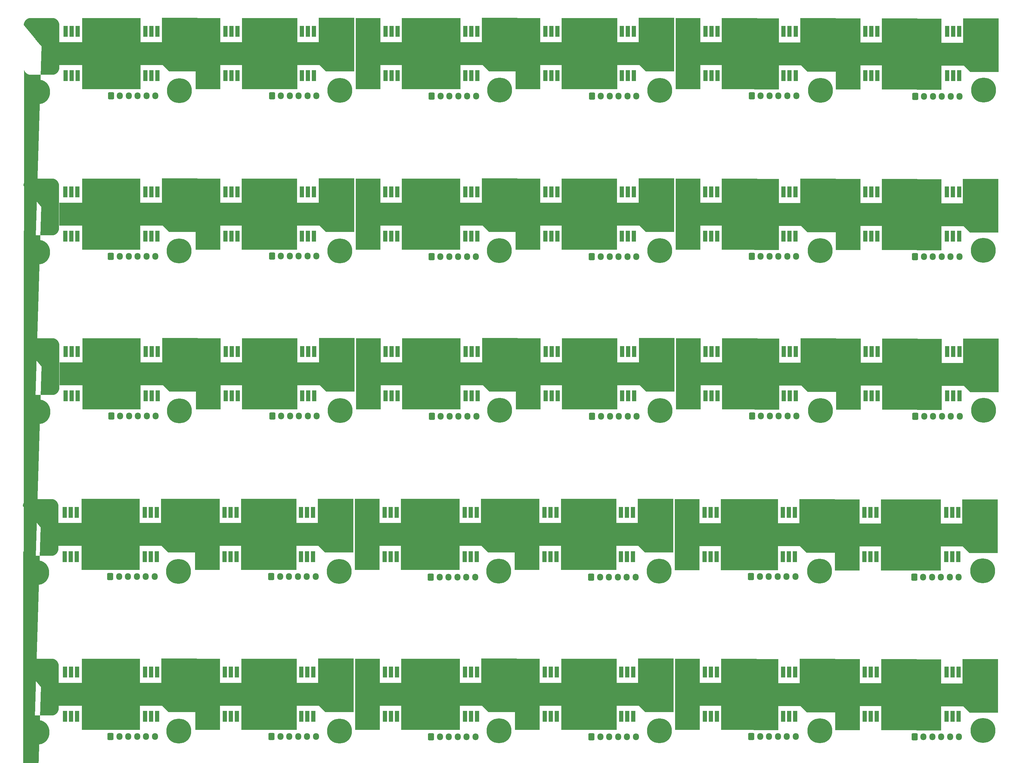
<source format=gbr>
%TF.GenerationSoftware,KiCad,Pcbnew,(6.0.6)*%
%TF.CreationDate,2022-10-08T16:47:07+05:30*%
%TF.ProjectId,RGB-3W-Light-Panel,5247422d-3357-42d4-9c69-6768742d5061,V1.1*%
%TF.SameCoordinates,Original*%
%TF.FileFunction,Soldermask,Top*%
%TF.FilePolarity,Negative*%
%FSLAX46Y46*%
G04 Gerber Fmt 4.6, Leading zero omitted, Abs format (unit mm)*
G04 Created by KiCad (PCBNEW (6.0.6)) date 2022-10-08 16:47:07*
%MOMM*%
%LPD*%
G01*
G04 APERTURE LIST*
G04 Aperture macros list*
%AMRoundRect*
0 Rectangle with rounded corners*
0 $1 Rounding radius*
0 $2 $3 $4 $5 $6 $7 $8 $9 X,Y pos of 4 corners*
0 Add a 4 corners polygon primitive as box body*
4,1,4,$2,$3,$4,$5,$6,$7,$8,$9,$2,$3,0*
0 Add four circle primitives for the rounded corners*
1,1,$1+$1,$2,$3*
1,1,$1+$1,$4,$5*
1,1,$1+$1,$6,$7*
1,1,$1+$1,$8,$9*
0 Add four rect primitives between the rounded corners*
20,1,$1+$1,$2,$3,$4,$5,0*
20,1,$1+$1,$4,$5,$6,$7,0*
20,1,$1+$1,$6,$7,$8,$9,0*
20,1,$1+$1,$8,$9,$2,$3,0*%
%AMOutline4P*
0 Free polygon, 4 corners , with rotation*
0 The origin of the aperture is its center*
0 number of corners: always 4*
0 $1 to $8 corner X, Y*
0 $9 Rotation angle, in degrees counterclockwise*
0 create outline with 4 corners*
4,1,4,$1,$2,$3,$4,$5,$6,$7,$8,$1,$2,$9*%
%AMOutline5P*
0 Free polygon, 5 corners , with rotation*
0 The origin of the aperture is its center*
0 number of corners: always 5*
0 $1 to $10 corner X, Y*
0 $11 Rotation angle, in degrees counterclockwise*
0 create outline with 5 corners*
4,1,5,$1,$2,$3,$4,$5,$6,$7,$8,$9,$10,$1,$2,$11*%
%AMOutline6P*
0 Free polygon, 6 corners , with rotation*
0 The origin of the aperture is its center*
0 number of corners: always 6*
0 $1 to $12 corner X, Y*
0 $13 Rotation angle, in degrees counterclockwise*
0 create outline with 6 corners*
4,1,6,$1,$2,$3,$4,$5,$6,$7,$8,$9,$10,$11,$12,$1,$2,$13*%
%AMOutline7P*
0 Free polygon, 7 corners , with rotation*
0 The origin of the aperture is its center*
0 number of corners: always 7*
0 $1 to $14 corner X, Y*
0 $15 Rotation angle, in degrees counterclockwise*
0 create outline with 7 corners*
4,1,7,$1,$2,$3,$4,$5,$6,$7,$8,$9,$10,$11,$12,$13,$14,$1,$2,$15*%
%AMOutline8P*
0 Free polygon, 8 corners , with rotation*
0 The origin of the aperture is its center*
0 number of corners: always 8*
0 $1 to $16 corner X, Y*
0 $17 Rotation angle, in degrees counterclockwise*
0 create outline with 8 corners*
4,1,8,$1,$2,$3,$4,$5,$6,$7,$8,$9,$10,$11,$12,$13,$14,$15,$16,$1,$2,$17*%
%AMFreePoly0*
4,1,53,-5.000000,6.000000,-4.993835,6.156918,-4.951834,6.436286,-4.870888,6.706950,-4.752613,6.963507,-4.599369,7.200840,-4.414214,7.414214,-4.200840,7.599369,-3.963507,7.752613,-3.706950,7.870888,-3.436286,7.951834,-3.156918,7.993835,-3.000000,8.000000,3.000000,8.000000,3.156918,7.993835,3.436286,7.951834,3.706950,7.870888,3.963507,7.752613,4.200840,7.599369,4.414214,7.414214,
4.599369,7.200840,4.752613,6.963507,4.870888,6.706950,4.951834,6.436286,4.993835,6.156918,5.000000,6.000000,5.000000,-6.000000,4.993835,-6.156918,4.951834,-6.436286,4.870888,-6.706950,4.752613,-6.963507,4.599369,-7.200840,4.414214,-7.414214,4.200840,-7.599369,3.963507,-7.752613,3.706950,-7.870888,3.436286,-7.951834,3.156918,-7.993835,3.000000,-8.000000,-3.000000,-8.000000,
-3.156918,-7.993835,-3.436286,-7.951834,-3.706950,-7.870888,-3.963507,-7.752613,-4.200840,-7.599369,-4.414214,-7.414214,-4.599369,-7.200840,-4.752613,-6.963507,-4.870888,-6.706950,-4.951834,-6.436286,-4.993835,-6.156918,-5.000000,-6.000000,-5.000000,6.000000,-5.000000,6.000000,$1*%
G04 Aperture macros list end*
%ADD10RoundRect,0.250000X-0.600000X-0.725000X0.600000X-0.725000X0.600000X0.725000X-0.600000X0.725000X0*%
%ADD11O,1.700000X1.950000*%
%ADD12C,0.800000*%
%ADD13C,7.000000*%
%ADD14Outline4P,-3.500000X3.250000X3.500000X3.250000X3.500000X-3.250000X-3.500000X-3.250000X0.000000*%
%ADD15Outline4P,-3.500000X10.000000X3.500000X10.000000X3.500000X-10.000000X-3.500000X-10.000000X0.000000*%
%ADD16Outline5P,-5.000000X7.500000X5.000000X7.500000X5.000000X-7.500000X-3.000000X-7.500000X-5.000000X-5.500000X0.000000*%
%ADD17R,1.200000X3.100000*%
%ADD18C,5.700000*%
%ADD19FreePoly0,0.000000*%
%ADD20Outline4P,-5.000000X10.000000X5.000000X10.000000X5.000000X-10.000000X-5.000000X-10.000000X0.000000*%
G04 APERTURE END LIST*
D10*
%TO.C,J7*%
X182915000Y-268955000D03*
D11*
X185415000Y-268955000D03*
X187915000Y-268955000D03*
X190415000Y-268955000D03*
X192915000Y-268955000D03*
X195415000Y-268955000D03*
%TD*%
D10*
%TO.C,J6*%
X363175000Y-268955000D03*
D11*
X365675000Y-268955000D03*
X368175000Y-268955000D03*
X370675000Y-268955000D03*
X373175000Y-268955000D03*
X375675000Y-268955000D03*
%TD*%
D12*
%TO.C,H8*%
X160423845Y-269686155D03*
X164136155Y-265973845D03*
D13*
X162280000Y-267830000D03*
D12*
X160423845Y-265973845D03*
X162280000Y-265205000D03*
X164136155Y-269686155D03*
X159655000Y-267830000D03*
X164905000Y-267830000D03*
X162280000Y-270455000D03*
%TD*%
%TO.C,H3*%
X335453845Y-269266155D03*
X337310000Y-270035000D03*
D13*
X337310000Y-267410000D03*
D12*
X337310000Y-264785000D03*
X339166155Y-269266155D03*
X339166155Y-265553845D03*
X339935000Y-267410000D03*
X335453845Y-265553845D03*
X334685000Y-267410000D03*
%TD*%
D14*
%TO.C,HS1*%
X419590000Y-257270000D03*
D15*
X413090000Y-257270000D03*
D16*
X427590000Y-254770000D03*
%TD*%
D14*
%TO.C,HS4*%
X373835000Y-257185000D03*
D16*
X381835000Y-254685000D03*
D15*
X367335000Y-257185000D03*
%TD*%
D12*
%TO.C,H7*%
X199485000Y-267500000D03*
X203966155Y-265643845D03*
X202110000Y-270125000D03*
X200253845Y-265643845D03*
X204735000Y-267500000D03*
X202110000Y-264875000D03*
D13*
X202110000Y-267500000D03*
D12*
X203966155Y-269356155D03*
X200253845Y-269356155D03*
%TD*%
D17*
%TO.C,D12*%
X418110000Y-263300000D03*
X419810000Y-263300000D03*
X421510000Y-263300000D03*
X421510000Y-250860000D03*
X419810000Y-250860000D03*
X418110000Y-250860000D03*
D18*
X419810000Y-257080000D03*
%TD*%
D14*
%TO.C,HS12*%
X171835000Y-257105000D03*
D19*
X163335000Y-255105000D03*
D20*
X179835000Y-257105000D03*
%TD*%
D17*
%TO.C,D8*%
X236610000Y-263300000D03*
X238310000Y-263300000D03*
X240010000Y-263300000D03*
X240010000Y-250860000D03*
X238310000Y-250860000D03*
X236610000Y-250860000D03*
D18*
X238310000Y-257080000D03*
%TD*%
D17*
%TO.C,D3*%
X326610000Y-263300000D03*
X328310000Y-263300000D03*
X330010000Y-263300000D03*
X330010000Y-250860000D03*
X328310000Y-250860000D03*
X326610000Y-250860000D03*
D18*
X328310000Y-257080000D03*
%TD*%
D17*
%TO.C,D9*%
X215110000Y-263300000D03*
X216810000Y-263300000D03*
X218510000Y-263300000D03*
X218510000Y-250860000D03*
X216810000Y-250860000D03*
X215110000Y-250860000D03*
D18*
X216810000Y-257080000D03*
%TD*%
D14*
%TO.C,HS11*%
X194235000Y-257105000D03*
D15*
X187735000Y-257105000D03*
D16*
X202235000Y-254605000D03*
%TD*%
D12*
%TO.C,H5*%
X290353845Y-269256155D03*
X294066155Y-269256155D03*
X289585000Y-267400000D03*
X292210000Y-264775000D03*
X294066155Y-265543845D03*
X294835000Y-267400000D03*
X290353845Y-265543845D03*
X292210000Y-270025000D03*
D13*
X292210000Y-267400000D03*
%TD*%
D17*
%TO.C,D6*%
X395110000Y-263300000D03*
X396810000Y-263300000D03*
X398510000Y-263300000D03*
X398510000Y-250860000D03*
X396810000Y-250860000D03*
X395110000Y-250860000D03*
D18*
X396810000Y-257080000D03*
%TD*%
D17*
%TO.C,D10*%
X192610000Y-263300000D03*
X194310000Y-263300000D03*
X196010000Y-263300000D03*
X196010000Y-250860000D03*
X194310000Y-250860000D03*
X192610000Y-250860000D03*
D18*
X194310000Y-257080000D03*
%TD*%
D14*
%TO.C,HS7*%
X284235000Y-257105000D03*
D16*
X292235000Y-254605000D03*
D15*
X277735000Y-257105000D03*
%TD*%
%TO.C,HS2*%
X390275000Y-257235000D03*
D20*
X404775000Y-257235000D03*
D14*
X396775000Y-257235000D03*
%TD*%
D17*
%TO.C,D2*%
X305110000Y-263300000D03*
X306810000Y-263300000D03*
X308510000Y-263300000D03*
X308510000Y-250860000D03*
X306810000Y-250860000D03*
X305110000Y-250860000D03*
D18*
X306810000Y-257080000D03*
%TD*%
D20*
%TO.C,HS8*%
X269735000Y-257105000D03*
D14*
X261735000Y-257105000D03*
D15*
X255235000Y-257105000D03*
%TD*%
%TO.C,HS3*%
X345235000Y-257135000D03*
D14*
X351735000Y-257135000D03*
D20*
X359735000Y-257135000D03*
%TD*%
D12*
%TO.C,H2*%
X384306155Y-269266155D03*
X384306155Y-265553845D03*
X385075000Y-267410000D03*
X379825000Y-267410000D03*
D13*
X382450000Y-267410000D03*
D12*
X380593845Y-265553845D03*
X382450000Y-270035000D03*
X380593845Y-269266155D03*
X382450000Y-264785000D03*
%TD*%
D17*
%TO.C,D11*%
X170110000Y-263300000D03*
X171810000Y-263300000D03*
X173510000Y-263300000D03*
X173510000Y-250860000D03*
X171810000Y-250860000D03*
X170110000Y-250860000D03*
D18*
X171810000Y-257080000D03*
%TD*%
D17*
%TO.C,D5*%
X372110000Y-263300000D03*
X373810000Y-263300000D03*
X375510000Y-263300000D03*
X375510000Y-250860000D03*
X373810000Y-250860000D03*
X372110000Y-250860000D03*
D18*
X373810000Y-257080000D03*
%TD*%
D12*
%TO.C,H6*%
X249935000Y-267480000D03*
X247310000Y-264855000D03*
X249166155Y-265623845D03*
X245453845Y-269336155D03*
X247310000Y-270105000D03*
X249166155Y-269336155D03*
D13*
X247310000Y-267480000D03*
D12*
X245453845Y-265623845D03*
X244685000Y-267480000D03*
%TD*%
D10*
%TO.C,J4*%
X228215000Y-268945000D03*
D11*
X230715000Y-268945000D03*
X233215000Y-268945000D03*
X235715000Y-268945000D03*
X238215000Y-268945000D03*
X240715000Y-268945000D03*
%TD*%
D10*
%TO.C,J1*%
X409125000Y-269095000D03*
D11*
X411625000Y-269095000D03*
X414125000Y-269095000D03*
X416625000Y-269095000D03*
X419125000Y-269095000D03*
X421625000Y-269095000D03*
%TD*%
D15*
%TO.C,HS9*%
X231835000Y-257105000D03*
D14*
X238335000Y-257105000D03*
D16*
X246335000Y-254605000D03*
%TD*%
D10*
%TO.C,J3*%
X273027900Y-224165650D03*
D11*
X275527900Y-224165650D03*
X278027900Y-224165650D03*
X280527900Y-224165650D03*
X283027900Y-224165650D03*
X285527900Y-224165650D03*
%TD*%
D12*
%TO.C,H1*%
X430129055Y-224296805D03*
X430129055Y-220584495D03*
X425647900Y-222440650D03*
X428272900Y-219815650D03*
X428272900Y-225065650D03*
X426416745Y-220584495D03*
D13*
X428272900Y-222440650D03*
D12*
X426416745Y-224296805D03*
X430897900Y-222440650D03*
%TD*%
D10*
%TO.C,J2*%
X318122900Y-224190650D03*
D11*
X320622900Y-224190650D03*
X323122900Y-224190650D03*
X325622900Y-224190650D03*
X328122900Y-224190650D03*
X330622900Y-224190650D03*
%TD*%
D17*
%TO.C,D7*%
X260022900Y-218410650D03*
X261722900Y-218410650D03*
X263422900Y-218410650D03*
X263422900Y-205970650D03*
X261722900Y-205970650D03*
X260022900Y-205970650D03*
D18*
X261722900Y-212190650D03*
%TD*%
D14*
%TO.C,HS5*%
X328247900Y-212215650D03*
D16*
X336247900Y-209715650D03*
D15*
X321747900Y-212215650D03*
%TD*%
D17*
%TO.C,D1*%
X282522900Y-218410650D03*
X284222900Y-218410650D03*
X285922900Y-218410650D03*
X285922900Y-205970650D03*
X284222900Y-205970650D03*
X282522900Y-205970650D03*
D18*
X284222900Y-212190650D03*
%TD*%
D20*
%TO.C,HS6*%
X314622900Y-212215650D03*
D14*
X306622900Y-212215650D03*
D15*
X300122900Y-212215650D03*
%TD*%
D17*
%TO.C,D4*%
X350022900Y-218410650D03*
X351722900Y-218410650D03*
X353422900Y-218410650D03*
X353422900Y-205970650D03*
X351722900Y-205970650D03*
X350022900Y-205970650D03*
D18*
X351722900Y-212190650D03*
%TD*%
D20*
%TO.C,HS10*%
X224647900Y-212215650D03*
D14*
X216647900Y-212215650D03*
D15*
X210147900Y-212215650D03*
%TD*%
%TO.C,HS9*%
X231747900Y-212215650D03*
D14*
X238247900Y-212215650D03*
D16*
X246247900Y-209715650D03*
%TD*%
D12*
%TO.C,H5*%
X290266745Y-224366805D03*
X293979055Y-224366805D03*
X289497900Y-222510650D03*
X292122900Y-219885650D03*
X293979055Y-220654495D03*
X294747900Y-222510650D03*
X290266745Y-220654495D03*
X292122900Y-225135650D03*
D13*
X292122900Y-222510650D03*
%TD*%
D15*
%TO.C,HS2*%
X390187900Y-212345650D03*
D20*
X404687900Y-212345650D03*
D14*
X396687900Y-212345650D03*
%TD*%
D17*
%TO.C,D9*%
X215022900Y-218410650D03*
X216722900Y-218410650D03*
X218422900Y-218410650D03*
X218422900Y-205970650D03*
X216722900Y-205970650D03*
X215022900Y-205970650D03*
D18*
X216722900Y-212190650D03*
%TD*%
D12*
%TO.C,H7*%
X199397900Y-222610650D03*
X203879055Y-220754495D03*
X202022900Y-225235650D03*
X200166745Y-220754495D03*
X204647900Y-222610650D03*
X202022900Y-219985650D03*
D13*
X202022900Y-222610650D03*
D12*
X203879055Y-224466805D03*
X200166745Y-224466805D03*
%TD*%
D17*
%TO.C,D3*%
X326522900Y-218410650D03*
X328222900Y-218410650D03*
X329922900Y-218410650D03*
X329922900Y-205970650D03*
X328222900Y-205970650D03*
X326522900Y-205970650D03*
D18*
X328222900Y-212190650D03*
%TD*%
D17*
%TO.C,D12*%
X418022900Y-218410650D03*
X419722900Y-218410650D03*
X421422900Y-218410650D03*
X421422900Y-205970650D03*
X419722900Y-205970650D03*
X418022900Y-205970650D03*
D18*
X419722900Y-212190650D03*
%TD*%
D17*
%TO.C,D6*%
X395022900Y-218410650D03*
X396722900Y-218410650D03*
X398422900Y-218410650D03*
X398422900Y-205970650D03*
X396722900Y-205970650D03*
X395022900Y-205970650D03*
D18*
X396722900Y-212190650D03*
%TD*%
D17*
%TO.C,D8*%
X236522900Y-218410650D03*
X238222900Y-218410650D03*
X239922900Y-218410650D03*
X239922900Y-205970650D03*
X238222900Y-205970650D03*
X236522900Y-205970650D03*
D18*
X238222900Y-212190650D03*
%TD*%
D14*
%TO.C,HS11*%
X194147900Y-212215650D03*
D15*
X187647900Y-212215650D03*
D16*
X202147900Y-209715650D03*
%TD*%
D14*
%TO.C,HS12*%
X171747900Y-212215650D03*
D19*
X163247900Y-210215650D03*
D20*
X179747900Y-212215650D03*
%TD*%
%TO.C,HS8*%
X269647900Y-212215650D03*
D14*
X261647900Y-212215650D03*
D15*
X255147900Y-212215650D03*
%TD*%
D17*
%TO.C,D5*%
X372022900Y-218410650D03*
X373722900Y-218410650D03*
X375422900Y-218410650D03*
X375422900Y-205970650D03*
X373722900Y-205970650D03*
X372022900Y-205970650D03*
D18*
X373722900Y-212190650D03*
%TD*%
D12*
%TO.C,H2*%
X384219055Y-224376805D03*
X384219055Y-220664495D03*
X384987900Y-222520650D03*
X379737900Y-222520650D03*
D13*
X382362900Y-222520650D03*
D12*
X380506745Y-220664495D03*
X382362900Y-225145650D03*
X380506745Y-224376805D03*
X382362900Y-219895650D03*
%TD*%
D17*
%TO.C,D11*%
X170022900Y-218410650D03*
X171722900Y-218410650D03*
X173422900Y-218410650D03*
X173422900Y-205970650D03*
X171722900Y-205970650D03*
X170022900Y-205970650D03*
D18*
X171722900Y-212190650D03*
%TD*%
D15*
%TO.C,HS3*%
X345147900Y-212245650D03*
D14*
X351647900Y-212245650D03*
D20*
X359647900Y-212245650D03*
%TD*%
D12*
%TO.C,H6*%
X249847900Y-222590650D03*
X247222900Y-219965650D03*
X249079055Y-220734495D03*
X245366745Y-224446805D03*
X247222900Y-225215650D03*
X249079055Y-224446805D03*
D13*
X247222900Y-222590650D03*
D12*
X245366745Y-220734495D03*
X244597900Y-222590650D03*
%TD*%
D17*
%TO.C,D10*%
X192522900Y-218410650D03*
X194222900Y-218410650D03*
X195922900Y-218410650D03*
X195922900Y-205970650D03*
X194222900Y-205970650D03*
X192522900Y-205970650D03*
D18*
X194222900Y-212190650D03*
%TD*%
D17*
%TO.C,D2*%
X305022900Y-218410650D03*
X306722900Y-218410650D03*
X308422900Y-218410650D03*
X308422900Y-205970650D03*
X306722900Y-205970650D03*
X305022900Y-205970650D03*
D18*
X306722900Y-212190650D03*
%TD*%
D10*
%TO.C,J1*%
X409037900Y-224205650D03*
D11*
X411537900Y-224205650D03*
X414037900Y-224205650D03*
X416537900Y-224205650D03*
X419037900Y-224205650D03*
X421537900Y-224205650D03*
%TD*%
D14*
%TO.C,HS7*%
X284147900Y-212215650D03*
D16*
X292147900Y-209715650D03*
D15*
X277647900Y-212215650D03*
%TD*%
D10*
%TO.C,J4*%
X228127900Y-224055650D03*
D11*
X230627900Y-224055650D03*
X233127900Y-224055650D03*
X235627900Y-224055650D03*
X238127900Y-224055650D03*
X240627900Y-224055650D03*
%TD*%
D12*
%TO.C,H8*%
X160336745Y-224796805D03*
X164049055Y-221084495D03*
D13*
X162192900Y-222940650D03*
D12*
X160336745Y-221084495D03*
X162192900Y-220315650D03*
X164049055Y-224796805D03*
X159567900Y-222940650D03*
X164817900Y-222940650D03*
X162192900Y-225565650D03*
%TD*%
D14*
%TO.C,HS1*%
X419502900Y-212380650D03*
D15*
X413002900Y-212380650D03*
D16*
X427502900Y-209880650D03*
%TD*%
D12*
%TO.C,H3*%
X335366745Y-224376805D03*
X337222900Y-225145650D03*
D13*
X337222900Y-222520650D03*
D12*
X337222900Y-219895650D03*
X339079055Y-224376805D03*
X339079055Y-220664495D03*
X339847900Y-222520650D03*
X335366745Y-220664495D03*
X334597900Y-222520650D03*
%TD*%
D14*
%TO.C,HS4*%
X373747900Y-212295650D03*
D16*
X381747900Y-209795650D03*
D15*
X367247900Y-212295650D03*
%TD*%
D10*
%TO.C,J7*%
X182827900Y-224065650D03*
D11*
X185327900Y-224065650D03*
X187827900Y-224065650D03*
X190327900Y-224065650D03*
X192827900Y-224065650D03*
X195327900Y-224065650D03*
%TD*%
D10*
%TO.C,J6*%
X363087900Y-224065650D03*
D11*
X365587900Y-224065650D03*
X368087900Y-224065650D03*
X370587900Y-224065650D03*
X373087900Y-224065650D03*
X375587900Y-224065650D03*
%TD*%
D10*
%TO.C,J3*%
X273115000Y-269055000D03*
D11*
X275615000Y-269055000D03*
X278115000Y-269055000D03*
X280615000Y-269055000D03*
X283115000Y-269055000D03*
X285615000Y-269055000D03*
%TD*%
D12*
%TO.C,H1*%
X430216155Y-269186155D03*
X430216155Y-265473845D03*
X425735000Y-267330000D03*
X428360000Y-264705000D03*
X428360000Y-269955000D03*
X426503845Y-265473845D03*
D13*
X428360000Y-267330000D03*
D12*
X426503845Y-269186155D03*
X430985000Y-267330000D03*
%TD*%
D17*
%TO.C,D7*%
X260110000Y-263300000D03*
X261810000Y-263300000D03*
X263510000Y-263300000D03*
X263510000Y-250860000D03*
X261810000Y-250860000D03*
X260110000Y-250860000D03*
D18*
X261810000Y-257080000D03*
%TD*%
D17*
%TO.C,D1*%
X282610000Y-263300000D03*
X284310000Y-263300000D03*
X286010000Y-263300000D03*
X286010000Y-250860000D03*
X284310000Y-250860000D03*
X282610000Y-250860000D03*
D18*
X284310000Y-257080000D03*
%TD*%
D20*
%TO.C,HS10*%
X224735000Y-257105000D03*
D14*
X216735000Y-257105000D03*
D15*
X210235000Y-257105000D03*
%TD*%
D17*
%TO.C,D4*%
X350110000Y-263300000D03*
X351810000Y-263300000D03*
X353510000Y-263300000D03*
X353510000Y-250860000D03*
X351810000Y-250860000D03*
X350110000Y-250860000D03*
D18*
X351810000Y-257080000D03*
%TD*%
D10*
%TO.C,J2*%
X318210000Y-269080000D03*
D11*
X320710000Y-269080000D03*
X323210000Y-269080000D03*
X325710000Y-269080000D03*
X328210000Y-269080000D03*
X330710000Y-269080000D03*
%TD*%
D14*
%TO.C,HS5*%
X328335000Y-257105000D03*
D16*
X336335000Y-254605000D03*
D15*
X321835000Y-257105000D03*
%TD*%
D20*
%TO.C,HS6*%
X314710000Y-257105000D03*
D14*
X306710000Y-257105000D03*
D15*
X300210000Y-257105000D03*
%TD*%
D10*
%TO.C,J3*%
X273325000Y-178982450D03*
D11*
X275825000Y-178982450D03*
X278325000Y-178982450D03*
X280825000Y-178982450D03*
X283325000Y-178982450D03*
X285825000Y-178982450D03*
%TD*%
D12*
%TO.C,H1*%
X430426155Y-179113605D03*
X430426155Y-175401295D03*
X425945000Y-177257450D03*
X428570000Y-174632450D03*
X428570000Y-179882450D03*
X426713845Y-175401295D03*
D13*
X428570000Y-177257450D03*
D12*
X426713845Y-179113605D03*
X431195000Y-177257450D03*
%TD*%
D10*
%TO.C,J2*%
X318420000Y-179007450D03*
D11*
X320920000Y-179007450D03*
X323420000Y-179007450D03*
X325920000Y-179007450D03*
X328420000Y-179007450D03*
X330920000Y-179007450D03*
%TD*%
D14*
%TO.C,HS5*%
X328545000Y-167032450D03*
D16*
X336545000Y-164532450D03*
D15*
X322045000Y-167032450D03*
%TD*%
D17*
%TO.C,D1*%
X282820000Y-173227450D03*
X284520000Y-173227450D03*
X286220000Y-173227450D03*
X286220000Y-160787450D03*
X284520000Y-160787450D03*
X282820000Y-160787450D03*
D18*
X284520000Y-167007450D03*
%TD*%
D17*
%TO.C,D7*%
X260320000Y-173227450D03*
X262020000Y-173227450D03*
X263720000Y-173227450D03*
X263720000Y-160787450D03*
X262020000Y-160787450D03*
X260320000Y-160787450D03*
D18*
X262020000Y-167007450D03*
%TD*%
D20*
%TO.C,HS6*%
X314920000Y-167032450D03*
D14*
X306920000Y-167032450D03*
D15*
X300420000Y-167032450D03*
%TD*%
D17*
%TO.C,D4*%
X350320000Y-173227450D03*
X352020000Y-173227450D03*
X353720000Y-173227450D03*
X353720000Y-160787450D03*
X352020000Y-160787450D03*
X350320000Y-160787450D03*
D18*
X352020000Y-167007450D03*
%TD*%
D20*
%TO.C,HS10*%
X224945000Y-167032450D03*
D14*
X216945000Y-167032450D03*
D15*
X210445000Y-167032450D03*
%TD*%
%TO.C,HS9*%
X232045000Y-167032450D03*
D14*
X238545000Y-167032450D03*
D16*
X246545000Y-164532450D03*
%TD*%
D12*
%TO.C,H7*%
X199695000Y-177427450D03*
X204176155Y-175571295D03*
X202320000Y-180052450D03*
X200463845Y-175571295D03*
X204945000Y-177427450D03*
X202320000Y-174802450D03*
D13*
X202320000Y-177427450D03*
D12*
X204176155Y-179283605D03*
X200463845Y-179283605D03*
%TD*%
D17*
%TO.C,D12*%
X418320000Y-173227450D03*
X420020000Y-173227450D03*
X421720000Y-173227450D03*
X421720000Y-160787450D03*
X420020000Y-160787450D03*
X418320000Y-160787450D03*
D18*
X420020000Y-167007450D03*
%TD*%
D17*
%TO.C,D9*%
X215320000Y-173227450D03*
X217020000Y-173227450D03*
X218720000Y-173227450D03*
X218720000Y-160787450D03*
X217020000Y-160787450D03*
X215320000Y-160787450D03*
D18*
X217020000Y-167007450D03*
%TD*%
D17*
%TO.C,D8*%
X236820000Y-173227450D03*
X238520000Y-173227450D03*
X240220000Y-173227450D03*
X240220000Y-160787450D03*
X238520000Y-160787450D03*
X236820000Y-160787450D03*
D18*
X238520000Y-167007450D03*
%TD*%
D14*
%TO.C,HS11*%
X194445000Y-167032450D03*
D15*
X187945000Y-167032450D03*
D16*
X202445000Y-164532450D03*
%TD*%
D14*
%TO.C,HS12*%
X172045000Y-167032450D03*
D19*
X163545000Y-165032450D03*
D20*
X180045000Y-167032450D03*
%TD*%
D17*
%TO.C,D3*%
X326820000Y-173227450D03*
X328520000Y-173227450D03*
X330220000Y-173227450D03*
X330220000Y-160787450D03*
X328520000Y-160787450D03*
X326820000Y-160787450D03*
D18*
X328520000Y-167007450D03*
%TD*%
D17*
%TO.C,D5*%
X372320000Y-173227450D03*
X374020000Y-173227450D03*
X375720000Y-173227450D03*
X375720000Y-160787450D03*
X374020000Y-160787450D03*
X372320000Y-160787450D03*
D18*
X374020000Y-167007450D03*
%TD*%
D12*
%TO.C,H5*%
X290563845Y-179183605D03*
X294276155Y-179183605D03*
X289795000Y-177327450D03*
X292420000Y-174702450D03*
X294276155Y-175471295D03*
X295045000Y-177327450D03*
X290563845Y-175471295D03*
X292420000Y-179952450D03*
D13*
X292420000Y-177327450D03*
%TD*%
D15*
%TO.C,HS2*%
X390485000Y-167162450D03*
D20*
X404985000Y-167162450D03*
D14*
X396985000Y-167162450D03*
%TD*%
D20*
%TO.C,HS8*%
X269945000Y-167032450D03*
D14*
X261945000Y-167032450D03*
D15*
X255445000Y-167032450D03*
%TD*%
D17*
%TO.C,D11*%
X170320000Y-173227450D03*
X172020000Y-173227450D03*
X173720000Y-173227450D03*
X173720000Y-160787450D03*
X172020000Y-160787450D03*
X170320000Y-160787450D03*
D18*
X172020000Y-167007450D03*
%TD*%
D17*
%TO.C,D6*%
X395320000Y-173227450D03*
X397020000Y-173227450D03*
X398720000Y-173227450D03*
X398720000Y-160787450D03*
X397020000Y-160787450D03*
X395320000Y-160787450D03*
D18*
X397020000Y-167007450D03*
%TD*%
D15*
%TO.C,HS3*%
X345445000Y-167062450D03*
D14*
X351945000Y-167062450D03*
D20*
X359945000Y-167062450D03*
%TD*%
D12*
%TO.C,H2*%
X384516155Y-179193605D03*
X384516155Y-175481295D03*
X385285000Y-177337450D03*
X380035000Y-177337450D03*
D13*
X382660000Y-177337450D03*
D12*
X380803845Y-175481295D03*
X382660000Y-179962450D03*
X380803845Y-179193605D03*
X382660000Y-174712450D03*
%TD*%
%TO.C,H6*%
X250145000Y-177407450D03*
X247520000Y-174782450D03*
X249376155Y-175551295D03*
X245663845Y-179263605D03*
X247520000Y-180032450D03*
X249376155Y-179263605D03*
D13*
X247520000Y-177407450D03*
D12*
X245663845Y-175551295D03*
X244895000Y-177407450D03*
%TD*%
D17*
%TO.C,D10*%
X192820000Y-173227450D03*
X194520000Y-173227450D03*
X196220000Y-173227450D03*
X196220000Y-160787450D03*
X194520000Y-160787450D03*
X192820000Y-160787450D03*
D18*
X194520000Y-167007450D03*
%TD*%
D14*
%TO.C,HS7*%
X284445000Y-167032450D03*
D16*
X292445000Y-164532450D03*
D15*
X277945000Y-167032450D03*
%TD*%
D17*
%TO.C,D2*%
X305320000Y-173227450D03*
X307020000Y-173227450D03*
X308720000Y-173227450D03*
X308720000Y-160787450D03*
X307020000Y-160787450D03*
X305320000Y-160787450D03*
D18*
X307020000Y-167007450D03*
%TD*%
D10*
%TO.C,J4*%
X228425000Y-178872450D03*
D11*
X230925000Y-178872450D03*
X233425000Y-178872450D03*
X235925000Y-178872450D03*
X238425000Y-178872450D03*
X240925000Y-178872450D03*
%TD*%
D10*
%TO.C,J1*%
X409335000Y-179022450D03*
D11*
X411835000Y-179022450D03*
X414335000Y-179022450D03*
X416835000Y-179022450D03*
X419335000Y-179022450D03*
X421835000Y-179022450D03*
%TD*%
D10*
%TO.C,J7*%
X183125000Y-178882450D03*
D11*
X185625000Y-178882450D03*
X188125000Y-178882450D03*
X190625000Y-178882450D03*
X193125000Y-178882450D03*
X195625000Y-178882450D03*
%TD*%
D10*
%TO.C,J6*%
X363385000Y-178882450D03*
D11*
X365885000Y-178882450D03*
X368385000Y-178882450D03*
X370885000Y-178882450D03*
X373385000Y-178882450D03*
X375885000Y-178882450D03*
%TD*%
D14*
%TO.C,HS1*%
X419800000Y-167197450D03*
D15*
X413300000Y-167197450D03*
D16*
X427800000Y-164697450D03*
%TD*%
D12*
%TO.C,H8*%
X160633845Y-179613605D03*
X164346155Y-175901295D03*
D13*
X162490000Y-177757450D03*
D12*
X160633845Y-175901295D03*
X162490000Y-175132450D03*
X164346155Y-179613605D03*
X159865000Y-177757450D03*
X165115000Y-177757450D03*
X162490000Y-180382450D03*
%TD*%
D14*
%TO.C,HS4*%
X374045000Y-167112450D03*
D16*
X382045000Y-164612450D03*
D15*
X367545000Y-167112450D03*
%TD*%
D12*
%TO.C,H3*%
X335663845Y-179193605D03*
X337520000Y-179962450D03*
D13*
X337520000Y-177337450D03*
D12*
X337520000Y-174712450D03*
X339376155Y-179193605D03*
X339376155Y-175481295D03*
X340145000Y-177337450D03*
X335663845Y-175481295D03*
X334895000Y-177337450D03*
%TD*%
D11*
%TO.C,J3*%
X285737900Y-134093100D03*
X283237900Y-134093100D03*
X280737900Y-134093100D03*
X278237900Y-134093100D03*
X275737900Y-134093100D03*
D10*
X273237900Y-134093100D03*
%TD*%
D12*
%TO.C,H1*%
X431107900Y-132368100D03*
X426626745Y-134224255D03*
D13*
X428482900Y-132368100D03*
D12*
X426626745Y-130511945D03*
X428482900Y-134993100D03*
X428482900Y-129743100D03*
X425857900Y-132368100D03*
X430339055Y-130511945D03*
X430339055Y-134224255D03*
%TD*%
D11*
%TO.C,J2*%
X330832900Y-134118100D03*
X328332900Y-134118100D03*
X325832900Y-134118100D03*
X323332900Y-134118100D03*
X320832900Y-134118100D03*
D10*
X318332900Y-134118100D03*
%TD*%
D15*
%TO.C,HS5*%
X321957900Y-122143100D03*
D16*
X336457900Y-119643100D03*
D14*
X328457900Y-122143100D03*
%TD*%
D18*
%TO.C,D1*%
X284432900Y-122118100D03*
D17*
X282732900Y-115898100D03*
X284432900Y-115898100D03*
X286132900Y-115898100D03*
X286132900Y-128338100D03*
X284432900Y-128338100D03*
X282732900Y-128338100D03*
%TD*%
D18*
%TO.C,D7*%
X261932900Y-122118100D03*
D17*
X260232900Y-115898100D03*
X261932900Y-115898100D03*
X263632900Y-115898100D03*
X263632900Y-128338100D03*
X261932900Y-128338100D03*
X260232900Y-128338100D03*
%TD*%
D15*
%TO.C,HS6*%
X300332900Y-122143100D03*
D14*
X306832900Y-122143100D03*
D20*
X314832900Y-122143100D03*
%TD*%
D18*
%TO.C,D4*%
X351932900Y-122118100D03*
D17*
X350232900Y-115898100D03*
X351932900Y-115898100D03*
X353632900Y-115898100D03*
X353632900Y-128338100D03*
X351932900Y-128338100D03*
X350232900Y-128338100D03*
%TD*%
D15*
%TO.C,HS10*%
X210357900Y-122143100D03*
D14*
X216857900Y-122143100D03*
D20*
X224857900Y-122143100D03*
%TD*%
D16*
%TO.C,HS9*%
X246457900Y-119643100D03*
D14*
X238457900Y-122143100D03*
D15*
X231957900Y-122143100D03*
%TD*%
D12*
%TO.C,H7*%
X200376745Y-134394255D03*
X204089055Y-134394255D03*
D13*
X202232900Y-132538100D03*
D12*
X202232900Y-129913100D03*
X204857900Y-132538100D03*
X200376745Y-130681945D03*
X202232900Y-135163100D03*
X204089055Y-130681945D03*
X199607900Y-132538100D03*
%TD*%
D18*
%TO.C,D12*%
X419932900Y-122118100D03*
D17*
X418232900Y-115898100D03*
X419932900Y-115898100D03*
X421632900Y-115898100D03*
X421632900Y-128338100D03*
X419932900Y-128338100D03*
X418232900Y-128338100D03*
%TD*%
D18*
%TO.C,D9*%
X216932900Y-122118100D03*
D17*
X215232900Y-115898100D03*
X216932900Y-115898100D03*
X218632900Y-115898100D03*
X218632900Y-128338100D03*
X216932900Y-128338100D03*
X215232900Y-128338100D03*
%TD*%
D18*
%TO.C,D8*%
X238432900Y-122118100D03*
D17*
X236732900Y-115898100D03*
X238432900Y-115898100D03*
X240132900Y-115898100D03*
X240132900Y-128338100D03*
X238432900Y-128338100D03*
X236732900Y-128338100D03*
%TD*%
D16*
%TO.C,HS11*%
X202357900Y-119643100D03*
D15*
X187857900Y-122143100D03*
D14*
X194357900Y-122143100D03*
%TD*%
D20*
%TO.C,HS12*%
X179957900Y-122143100D03*
D19*
X163457900Y-120143100D03*
D14*
X171957900Y-122143100D03*
%TD*%
D18*
%TO.C,D3*%
X328432900Y-122118100D03*
D17*
X326732900Y-115898100D03*
X328432900Y-115898100D03*
X330132900Y-115898100D03*
X330132900Y-128338100D03*
X328432900Y-128338100D03*
X326732900Y-128338100D03*
%TD*%
D18*
%TO.C,D5*%
X373932900Y-122118100D03*
D17*
X372232900Y-115898100D03*
X373932900Y-115898100D03*
X375632900Y-115898100D03*
X375632900Y-128338100D03*
X373932900Y-128338100D03*
X372232900Y-128338100D03*
%TD*%
D13*
%TO.C,H5*%
X292332900Y-132438100D03*
D12*
X292332900Y-135063100D03*
X290476745Y-130581945D03*
X294957900Y-132438100D03*
X294189055Y-130581945D03*
X292332900Y-129813100D03*
X289707900Y-132438100D03*
X294189055Y-134294255D03*
X290476745Y-134294255D03*
%TD*%
D14*
%TO.C,HS2*%
X396897900Y-122273100D03*
D20*
X404897900Y-122273100D03*
D15*
X390397900Y-122273100D03*
%TD*%
%TO.C,HS8*%
X255357900Y-122143100D03*
D14*
X261857900Y-122143100D03*
D20*
X269857900Y-122143100D03*
%TD*%
D18*
%TO.C,D11*%
X171932900Y-122118100D03*
D17*
X170232900Y-115898100D03*
X171932900Y-115898100D03*
X173632900Y-115898100D03*
X173632900Y-128338100D03*
X171932900Y-128338100D03*
X170232900Y-128338100D03*
%TD*%
D18*
%TO.C,D6*%
X396932900Y-122118100D03*
D17*
X395232900Y-115898100D03*
X396932900Y-115898100D03*
X398632900Y-115898100D03*
X398632900Y-128338100D03*
X396932900Y-128338100D03*
X395232900Y-128338100D03*
%TD*%
D20*
%TO.C,HS3*%
X359857900Y-122173100D03*
D14*
X351857900Y-122173100D03*
D15*
X345357900Y-122173100D03*
%TD*%
D12*
%TO.C,H2*%
X382572900Y-129823100D03*
X380716745Y-134304255D03*
X382572900Y-135073100D03*
X380716745Y-130591945D03*
D13*
X382572900Y-132448100D03*
D12*
X379947900Y-132448100D03*
X385197900Y-132448100D03*
X384429055Y-130591945D03*
X384429055Y-134304255D03*
%TD*%
%TO.C,H6*%
X244807900Y-132518100D03*
X245576745Y-130661945D03*
D13*
X247432900Y-132518100D03*
D12*
X249289055Y-134374255D03*
X247432900Y-135143100D03*
X245576745Y-134374255D03*
X249289055Y-130661945D03*
X247432900Y-129893100D03*
X250057900Y-132518100D03*
%TD*%
D18*
%TO.C,D10*%
X194432900Y-122118100D03*
D17*
X192732900Y-115898100D03*
X194432900Y-115898100D03*
X196132900Y-115898100D03*
X196132900Y-128338100D03*
X194432900Y-128338100D03*
X192732900Y-128338100D03*
%TD*%
D15*
%TO.C,HS7*%
X277857900Y-122143100D03*
D16*
X292357900Y-119643100D03*
D14*
X284357900Y-122143100D03*
%TD*%
D18*
%TO.C,D2*%
X306932900Y-122118100D03*
D17*
X305232900Y-115898100D03*
X306932900Y-115898100D03*
X308632900Y-115898100D03*
X308632900Y-128338100D03*
X306932900Y-128338100D03*
X305232900Y-128338100D03*
%TD*%
D11*
%TO.C,J4*%
X240837900Y-133983100D03*
X238337900Y-133983100D03*
X235837900Y-133983100D03*
X233337900Y-133983100D03*
X230837900Y-133983100D03*
D10*
X228337900Y-133983100D03*
%TD*%
D11*
%TO.C,J1*%
X421747900Y-134133100D03*
X419247900Y-134133100D03*
X416747900Y-134133100D03*
X414247900Y-134133100D03*
X411747900Y-134133100D03*
D10*
X409247900Y-134133100D03*
%TD*%
D11*
%TO.C,J7*%
X195537900Y-133993100D03*
X193037900Y-133993100D03*
X190537900Y-133993100D03*
X188037900Y-133993100D03*
X185537900Y-133993100D03*
D10*
X183037900Y-133993100D03*
%TD*%
D11*
%TO.C,J6*%
X375797900Y-133993100D03*
X373297900Y-133993100D03*
X370797900Y-133993100D03*
X368297900Y-133993100D03*
X365797900Y-133993100D03*
D10*
X363297900Y-133993100D03*
%TD*%
D16*
%TO.C,HS1*%
X427712900Y-119808100D03*
D15*
X413212900Y-122308100D03*
D14*
X419712900Y-122308100D03*
%TD*%
D12*
%TO.C,H8*%
X162402900Y-135493100D03*
X165027900Y-132868100D03*
X159777900Y-132868100D03*
X164259055Y-134724255D03*
X162402900Y-130243100D03*
X160546745Y-131011945D03*
D13*
X162402900Y-132868100D03*
D12*
X164259055Y-131011945D03*
X160546745Y-134724255D03*
%TD*%
D15*
%TO.C,HS4*%
X367457900Y-122223100D03*
D16*
X381957900Y-119723100D03*
D14*
X373957900Y-122223100D03*
%TD*%
D12*
%TO.C,H3*%
X334807900Y-132448100D03*
X335576745Y-130591945D03*
X340057900Y-132448100D03*
X339289055Y-130591945D03*
X339289055Y-134304255D03*
X337432900Y-129823100D03*
D13*
X337432900Y-132448100D03*
D12*
X337432900Y-135073100D03*
X335576745Y-134304255D03*
%TD*%
D11*
%TO.C,J3*%
X285766050Y-88989400D03*
X283266050Y-88989400D03*
X280766050Y-88989400D03*
X278266050Y-88989400D03*
X275766050Y-88989400D03*
D10*
X273266050Y-88989400D03*
%TD*%
D11*
%TO.C,J6*%
X375826050Y-88889400D03*
X373326050Y-88889400D03*
X370826050Y-88889400D03*
X368326050Y-88889400D03*
X365826050Y-88889400D03*
D10*
X363326050Y-88889400D03*
%TD*%
D15*
%TO.C,HS5*%
X321986050Y-77039400D03*
D16*
X336486050Y-74539400D03*
D14*
X328486050Y-77039400D03*
%TD*%
D12*
%TO.C,H1*%
X431136050Y-87264400D03*
X426654895Y-89120555D03*
D13*
X428511050Y-87264400D03*
D12*
X426654895Y-85408245D03*
X428511050Y-89889400D03*
X428511050Y-84639400D03*
X425886050Y-87264400D03*
X430367205Y-85408245D03*
X430367205Y-89120555D03*
%TD*%
D11*
%TO.C,J2*%
X330861050Y-89014400D03*
X328361050Y-89014400D03*
X325861050Y-89014400D03*
X323361050Y-89014400D03*
X320861050Y-89014400D03*
D10*
X318361050Y-89014400D03*
%TD*%
D11*
%TO.C,J1*%
X421776050Y-89029400D03*
X419276050Y-89029400D03*
X416776050Y-89029400D03*
X414276050Y-89029400D03*
X411776050Y-89029400D03*
D10*
X409276050Y-89029400D03*
%TD*%
D11*
%TO.C,J4*%
X240866050Y-88879400D03*
X238366050Y-88879400D03*
X235866050Y-88879400D03*
X233366050Y-88879400D03*
X230866050Y-88879400D03*
D10*
X228366050Y-88879400D03*
%TD*%
D11*
%TO.C,J7*%
X195566050Y-88889400D03*
X193066050Y-88889400D03*
X190566050Y-88889400D03*
X188066050Y-88889400D03*
X185566050Y-88889400D03*
D10*
X183066050Y-88889400D03*
%TD*%
D18*
%TO.C,D1*%
X284461050Y-77014400D03*
D17*
X282761050Y-70794400D03*
X284461050Y-70794400D03*
X286161050Y-70794400D03*
X286161050Y-83234400D03*
X284461050Y-83234400D03*
X282761050Y-83234400D03*
%TD*%
D18*
%TO.C,D7*%
X261961050Y-77014400D03*
D17*
X260261050Y-70794400D03*
X261961050Y-70794400D03*
X263661050Y-70794400D03*
X263661050Y-83234400D03*
X261961050Y-83234400D03*
X260261050Y-83234400D03*
%TD*%
D15*
%TO.C,HS6*%
X300361050Y-77039400D03*
D14*
X306861050Y-77039400D03*
D20*
X314861050Y-77039400D03*
%TD*%
D18*
%TO.C,D4*%
X351961050Y-77014400D03*
D17*
X350261050Y-70794400D03*
X351961050Y-70794400D03*
X353661050Y-70794400D03*
X353661050Y-83234400D03*
X351961050Y-83234400D03*
X350261050Y-83234400D03*
%TD*%
D18*
%TO.C,D9*%
X216961050Y-77014400D03*
D17*
X215261050Y-70794400D03*
X216961050Y-70794400D03*
X218661050Y-70794400D03*
X218661050Y-83234400D03*
X216961050Y-83234400D03*
X215261050Y-83234400D03*
%TD*%
D15*
%TO.C,HS10*%
X210386050Y-77039400D03*
D14*
X216886050Y-77039400D03*
D20*
X224886050Y-77039400D03*
%TD*%
D18*
%TO.C,D8*%
X238461050Y-77014400D03*
D17*
X236761050Y-70794400D03*
X238461050Y-70794400D03*
X240161050Y-70794400D03*
X240161050Y-83234400D03*
X238461050Y-83234400D03*
X236761050Y-83234400D03*
%TD*%
D16*
%TO.C,HS9*%
X246486050Y-74539400D03*
D14*
X238486050Y-77039400D03*
D15*
X231986050Y-77039400D03*
%TD*%
D12*
%TO.C,H7*%
X200404895Y-89290555D03*
X204117205Y-89290555D03*
D13*
X202261050Y-87434400D03*
D12*
X202261050Y-84809400D03*
X204886050Y-87434400D03*
X200404895Y-85578245D03*
X202261050Y-90059400D03*
X204117205Y-85578245D03*
X199636050Y-87434400D03*
%TD*%
D18*
%TO.C,D12*%
X419961050Y-77014400D03*
D17*
X418261050Y-70794400D03*
X419961050Y-70794400D03*
X421661050Y-70794400D03*
X421661050Y-83234400D03*
X419961050Y-83234400D03*
X418261050Y-83234400D03*
%TD*%
D15*
%TO.C,HS7*%
X277886050Y-77039400D03*
D16*
X292386050Y-74539400D03*
D14*
X284386050Y-77039400D03*
%TD*%
D16*
%TO.C,HS11*%
X202386050Y-74539400D03*
D15*
X187886050Y-77039400D03*
D14*
X194386050Y-77039400D03*
%TD*%
D18*
%TO.C,D11*%
X171961050Y-77014400D03*
D17*
X170261050Y-70794400D03*
X171961050Y-70794400D03*
X173661050Y-70794400D03*
X173661050Y-83234400D03*
X171961050Y-83234400D03*
X170261050Y-83234400D03*
%TD*%
D18*
%TO.C,D2*%
X306961050Y-77014400D03*
D17*
X305261050Y-70794400D03*
X306961050Y-70794400D03*
X308661050Y-70794400D03*
X308661050Y-83234400D03*
X306961050Y-83234400D03*
X305261050Y-83234400D03*
%TD*%
D18*
%TO.C,D6*%
X396961050Y-77014400D03*
D17*
X395261050Y-70794400D03*
X396961050Y-70794400D03*
X398661050Y-70794400D03*
X398661050Y-83234400D03*
X396961050Y-83234400D03*
X395261050Y-83234400D03*
%TD*%
D18*
%TO.C,D5*%
X373961050Y-77014400D03*
D17*
X372261050Y-70794400D03*
X373961050Y-70794400D03*
X375661050Y-70794400D03*
X375661050Y-83234400D03*
X373961050Y-83234400D03*
X372261050Y-83234400D03*
%TD*%
D20*
%TO.C,HS3*%
X359886050Y-77069400D03*
D14*
X351886050Y-77069400D03*
D15*
X345386050Y-77069400D03*
%TD*%
D13*
%TO.C,H5*%
X292361050Y-87334400D03*
D12*
X292361050Y-89959400D03*
X290504895Y-85478245D03*
X294986050Y-87334400D03*
X294217205Y-85478245D03*
X292361050Y-84709400D03*
X289736050Y-87334400D03*
X294217205Y-89190555D03*
X290504895Y-89190555D03*
%TD*%
D20*
%TO.C,HS12*%
X179986050Y-77039400D03*
D19*
X163486050Y-75039400D03*
D14*
X171986050Y-77039400D03*
%TD*%
D12*
%TO.C,H2*%
X382601050Y-84719400D03*
X380744895Y-89200555D03*
X382601050Y-89969400D03*
X380744895Y-85488245D03*
D13*
X382601050Y-87344400D03*
D12*
X379976050Y-87344400D03*
X385226050Y-87344400D03*
X384457205Y-85488245D03*
X384457205Y-89200555D03*
%TD*%
D18*
%TO.C,D3*%
X328461050Y-77014400D03*
D17*
X326761050Y-70794400D03*
X328461050Y-70794400D03*
X330161050Y-70794400D03*
X330161050Y-83234400D03*
X328461050Y-83234400D03*
X326761050Y-83234400D03*
%TD*%
D15*
%TO.C,HS8*%
X255386050Y-77039400D03*
D14*
X261886050Y-77039400D03*
D20*
X269886050Y-77039400D03*
%TD*%
D14*
%TO.C,HS2*%
X396926050Y-77169400D03*
D20*
X404926050Y-77169400D03*
D15*
X390426050Y-77169400D03*
%TD*%
D12*
%TO.C,H6*%
X244836050Y-87414400D03*
X245604895Y-85558245D03*
D13*
X247461050Y-87414400D03*
D12*
X249317205Y-89270555D03*
X247461050Y-90039400D03*
X245604895Y-89270555D03*
X249317205Y-85558245D03*
X247461050Y-84789400D03*
X250086050Y-87414400D03*
%TD*%
D18*
%TO.C,D10*%
X194461050Y-77014400D03*
D17*
X192761050Y-70794400D03*
X194461050Y-70794400D03*
X196161050Y-70794400D03*
X196161050Y-83234400D03*
X194461050Y-83234400D03*
X192761050Y-83234400D03*
%TD*%
D12*
%TO.C,H3*%
X334836050Y-87344400D03*
X335604895Y-85488245D03*
X340086050Y-87344400D03*
X339317205Y-85488245D03*
X339317205Y-89200555D03*
X337461050Y-84719400D03*
D13*
X337461050Y-87344400D03*
D12*
X337461050Y-89969400D03*
X335604895Y-89200555D03*
%TD*%
D15*
%TO.C,HS4*%
X367486050Y-77119400D03*
D16*
X381986050Y-74619400D03*
D14*
X373986050Y-77119400D03*
%TD*%
D12*
%TO.C,H8*%
X162431050Y-90389400D03*
X165056050Y-87764400D03*
X159806050Y-87764400D03*
X164287205Y-89620555D03*
X162431050Y-85139400D03*
X160574895Y-85908245D03*
D13*
X162431050Y-87764400D03*
D12*
X164287205Y-85908245D03*
X160574895Y-89620555D03*
%TD*%
D16*
%TO.C,HS1*%
X427741050Y-74704400D03*
D15*
X413241050Y-77204400D03*
D14*
X419741050Y-77204400D03*
%TD*%
M02*

</source>
